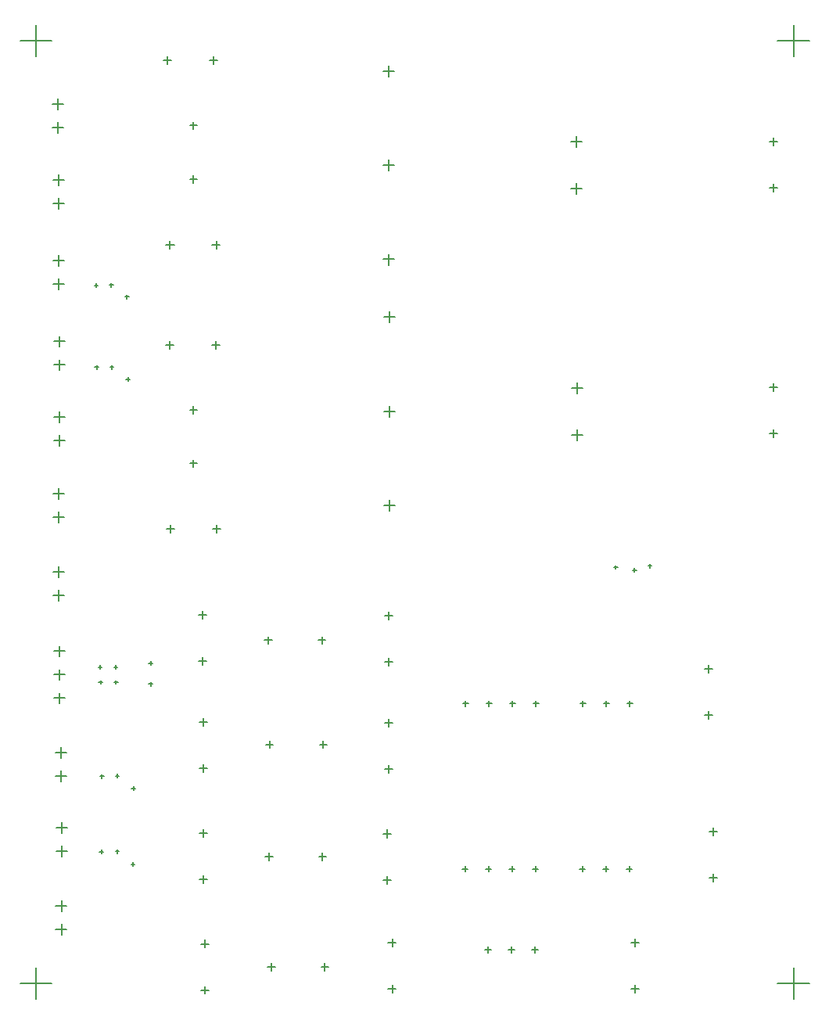
<source format=gbr>
%FSTAX23Y23*%
%MOIN*%
%SFA1B1*%

%IPPOS*%
%ADD49C,0.005000*%
%LNpcb.psu.dcdc.001.a1_drillmap_1-1*%
%LPD*%
G54D49*
X0164Y02594D02*
X01687D01*
X01664Y0257D02*
Y02618D01*
X0164Y02192D02*
X01687D01*
X01664Y02169D02*
Y02216D01*
X0164Y02996D02*
X01687D01*
X01664Y02972D02*
Y03019D01*
X02439Y02494D02*
X02487D01*
X02463Y0247D02*
Y02517D01*
X02439Y02694D02*
X02487D01*
X02463Y02671D02*
Y02718D01*
X03318Y04173D02*
X03452D01*
X03385Y04106D02*
Y0424D01*
X03318Y00157D02*
X03452D01*
X03385Y0009D02*
Y00224D01*
X0009Y00157D02*
X00224D01*
X00157Y0009D02*
Y00224D01*
X0009Y04173D02*
X00224D01*
X00157Y04106D02*
Y0424D01*
X01636Y03643D02*
X01684D01*
X0166Y0362D02*
Y03667D01*
X01636Y03242D02*
X01684D01*
X0166Y03218D02*
Y03265D01*
X01636Y04045D02*
X01684D01*
X0166Y04021D02*
Y04068D01*
X02436Y03543D02*
X02483D01*
X02459Y03519D02*
Y03566D01*
X02436Y03744D02*
X02483D01*
X02459Y0372D02*
Y03767D01*
X01974Y00645D02*
X01998D01*
X01986Y00633D02*
Y00657D01*
X02074Y00645D02*
X02098D01*
X02086Y00633D02*
Y00657D01*
X02174Y00645D02*
X02198D01*
X02186Y00633D02*
Y00657D01*
X02274Y00645D02*
X02298D01*
X02286Y00633D02*
Y00657D01*
X02474Y00645D02*
X02498D01*
X02486Y00633D02*
Y00657D01*
X02574Y00645D02*
X02598D01*
X02586Y00633D02*
Y00657D01*
X02674Y00645D02*
X02698D01*
X02686Y00633D02*
Y00657D01*
X0227Y00301D02*
X02298D01*
X02284Y00286D02*
Y00315D01*
X0217Y00301D02*
X02198D01*
X02184Y00286D02*
Y00315D01*
X0207Y00301D02*
X02098D01*
X02084Y00286D02*
Y00315D01*
X01658Y00134D02*
X01691D01*
X01675Y00118D02*
Y00151D01*
X01658Y00331D02*
X01691D01*
X01675Y00314D02*
Y00348D01*
X01134Y00696D02*
X01166D01*
X0115Y00681D02*
Y00712D01*
X01363Y00696D02*
X01394D01*
X01378Y00681D02*
Y00712D01*
X00854Y006D02*
X00887D01*
X00871Y00583D02*
Y00617D01*
X00854Y00797D02*
X00887D01*
X00871Y0078D02*
Y00813D01*
X00852Y01074D02*
X00885D01*
X00869Y01058D02*
Y01091D01*
X00852Y01271D02*
X00885D01*
X00869Y01254D02*
Y01288D01*
X03283Y025D02*
X03316D01*
X033Y02483D02*
Y02516D01*
X03283Y02696D02*
X03316D01*
X033Y0268D02*
Y02713D01*
X00812Y02372D02*
X00843D01*
X00827Y02356D02*
Y02387D01*
X00812Y026D02*
X00843D01*
X00827Y02584D02*
Y02616D01*
X00812Y03583D02*
X00844D01*
X00828Y03567D02*
Y03599D01*
X00812Y03812D02*
X00844D01*
X00828Y03796D02*
Y03827D01*
X00231Y03137D02*
X00277D01*
X00254Y03114D02*
Y03161D01*
X00231Y03237D02*
X00277D01*
X00254Y03214D02*
Y03261D01*
X01976Y01349D02*
X02D01*
X01988Y01337D02*
Y01361D01*
X02076Y01349D02*
X021D01*
X02088Y01337D02*
Y01361D01*
X02176Y01349D02*
X022D01*
X02188Y01337D02*
Y01361D01*
X02276Y01349D02*
X023D01*
X02288Y01337D02*
Y01361D01*
X02476Y01349D02*
X025D01*
X02488Y01337D02*
Y01361D01*
X02576Y01349D02*
X026D01*
X02588Y01337D02*
Y01361D01*
X02676Y01349D02*
X027D01*
X02688Y01337D02*
Y01361D01*
X00227Y03804D02*
X00274D01*
X0025Y0378D02*
Y03827D01*
X00227Y03904D02*
X00274D01*
X0025Y0388D02*
Y03927D01*
X0023Y0348D02*
X00277D01*
X00253Y03457D02*
Y03503D01*
X0023Y0358D02*
X00277D01*
X00253Y03557D02*
Y03603D01*
X03283Y03548D02*
X03316D01*
X033Y03531D02*
Y03564D01*
X03283Y03745D02*
X03316D01*
X033Y03728D02*
Y03761D01*
X00241Y00386D02*
X00288D01*
X00265Y00362D02*
Y00409D01*
X00241Y00486D02*
X00288D01*
X00265Y00462D02*
Y00509D01*
X0023Y0181D02*
X00277D01*
X00253Y01786D02*
Y01833D01*
X0023Y0191D02*
X00277D01*
X00253Y01886D02*
Y01933D01*
X00231Y02144D02*
X00277D01*
X00254Y0212D02*
Y02167D01*
X00231Y02244D02*
X00277D01*
X00254Y0222D02*
Y02267D01*
X00233Y0247D02*
X0028D01*
X00256Y02447D02*
Y02494D01*
X00233Y0257D02*
X0028D01*
X00256Y02547D02*
Y02594D01*
X00242Y00719D02*
X00289D01*
X00266Y00696D02*
Y00743D01*
X00242Y00819D02*
X00289D01*
X00266Y00796D02*
Y00843D01*
X0086Y00128D02*
X00893D01*
X00876Y00112D02*
Y00145D01*
X0086Y00325D02*
X00893D01*
X00876Y00309D02*
Y00342D01*
X02693Y00132D02*
X02727D01*
X0271Y00116D02*
Y00149D01*
X02693Y00329D02*
X02727D01*
X0271Y00312D02*
Y00346D01*
X00241Y0104D02*
X00287D01*
X00264Y01017D02*
Y01063D01*
X00241Y0114D02*
X00287D01*
X00264Y01117D02*
Y01163D01*
X01637Y00598D02*
X01671D01*
X01654Y00581D02*
Y00615D01*
X01637Y00795D02*
X01671D01*
X01654Y00778D02*
Y00812D01*
X03026Y00608D02*
X0306D01*
X03043Y00591D02*
Y00625D01*
X03026Y00805D02*
X0306D01*
X03043Y00788D02*
Y00821D01*
X00234Y01372D02*
X00281D01*
X00257Y01349D02*
Y01395D01*
X00234Y01572D02*
X00281D01*
X00257Y01549D02*
Y01595D01*
X00234Y01472D02*
X00281D01*
X00257Y01449D02*
Y01495D01*
X00849Y01531D02*
X00882D01*
X00866Y01514D02*
Y01548D01*
X00849Y01728D02*
X00882D01*
X00866Y01711D02*
Y01745D01*
X01365Y01175D02*
X01396D01*
X0138Y01159D02*
Y0119D01*
X01136Y01175D02*
X01168D01*
X01152Y01159D02*
Y0119D01*
X0113Y0162D02*
X01162D01*
X01146Y01604D02*
Y01635D01*
X01359Y0162D02*
X0139D01*
X01375Y01604D02*
Y01635D01*
X01642Y01069D02*
X01676D01*
X01659Y01053D02*
Y01086D01*
X01642Y01266D02*
X01676D01*
X01659Y0125D02*
Y01283D01*
X01642Y01526D02*
X01676D01*
X01659Y01509D02*
Y01543D01*
X01642Y01723D02*
X01676D01*
X01659Y01706D02*
Y0174D01*
X03006Y01301D02*
X0304D01*
X03023Y01284D02*
Y01317D01*
X03006Y01498D02*
X0304D01*
X03023Y01481D02*
Y01514D01*
X00232Y02792D02*
X00279D01*
X00255Y02769D02*
Y02815D01*
X00232Y02892D02*
X00279D01*
X00255Y02869D02*
Y02915D01*
X00712Y02094D02*
X00746D01*
X00729Y02077D02*
Y02111D01*
X00909Y02094D02*
X00942D01*
X00926Y02077D02*
Y02111D01*
X00709Y02877D02*
X00743D01*
X00726Y02861D02*
Y02894D01*
X00906Y02877D02*
X00939D01*
X00923Y02861D02*
Y02894D01*
X00711Y03303D02*
X00745D01*
X00728Y03286D02*
Y03319D01*
X00908Y03303D02*
X00941D01*
X00925Y03286D02*
Y03319D01*
X007Y0409D02*
X00734D01*
X00717Y04073D02*
Y04107D01*
X00897Y0409D02*
X00931D01*
X00914Y04073D02*
Y04107D01*
X01144Y00227D02*
X01176D01*
X0116Y00211D02*
Y00243D01*
X01373Y00227D02*
X01404D01*
X01388Y00211D02*
Y00243D01*
X02765Y01936D02*
X02781D01*
X02773Y01928D02*
Y01943D01*
X00405Y03131D02*
X00421D01*
X00413Y03124D02*
Y03139D01*
X0047Y03132D02*
X00486D01*
X00478Y03125D02*
Y0314D01*
X00536Y03083D02*
X00552D01*
X00544Y03075D02*
Y03091D01*
X00407Y02783D02*
X00423D01*
X00415Y02775D02*
Y02791D01*
X00472Y02783D02*
X00488D01*
X0048Y02775D02*
Y02791D01*
X00541Y02731D02*
X00557D01*
X00549Y02723D02*
Y02739D01*
X00424Y0144D02*
X00439D01*
X00432Y01433D02*
Y01448D01*
X0049Y0144D02*
X00505D01*
X00498Y01433D02*
Y01448D01*
X00422Y01504D02*
X00437D01*
X0043Y01497D02*
Y01512D01*
X00489Y01504D02*
X00504D01*
X00497Y01497D02*
Y01512D01*
X00637Y01521D02*
X00653D01*
X00645Y01513D02*
Y01529D01*
X00638Y01432D02*
X00654D01*
X00646Y01424D02*
Y01439D01*
X00564Y00988D02*
X0058D01*
X00572Y0098D02*
Y00996D01*
X00496Y01041D02*
X00511D01*
X00503Y01033D02*
Y01049D01*
X0043Y01039D02*
X00445D01*
X00437Y01031D02*
Y01047D01*
X00428Y00718D02*
X00443D01*
X00436Y0071D02*
Y00726D01*
X00495Y00719D02*
X0051D01*
X00502Y00711D02*
Y00727D01*
X00562Y00665D02*
X00578D01*
X0057Y00657D02*
Y00673D01*
X02621Y0193D02*
X02636D01*
X02628Y01922D02*
Y01937D01*
X02699Y01918D02*
X02715D01*
X02707Y0191D02*
Y01926D01*
M02*
</source>
